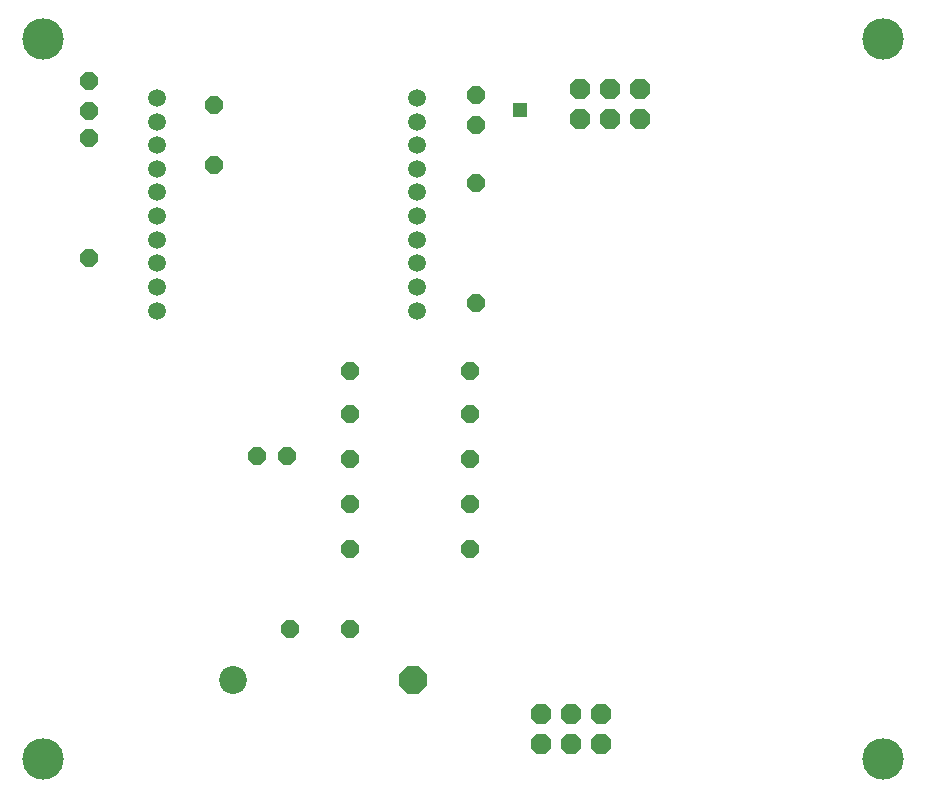
<source format=gbs>
G75*
G70*
%OFA0B0*%
%FSLAX24Y24*%
%IPPOS*%
%LPD*%
%AMOC8*
5,1,8,0,0,1.08239X$1,22.5*
%
%ADD10OC8,0.0680*%
%ADD11C,0.0595*%
%ADD12OC8,0.0600*%
%ADD13C,0.0930*%
%ADD14OC8,0.0930*%
%ADD15C,0.1380*%
%ADD16R,0.0476X0.0476*%
D10*
X017902Y001802D03*
X018902Y001802D03*
X019902Y001802D03*
X019902Y002802D03*
X018902Y002802D03*
X017902Y002802D03*
X019202Y022652D03*
X019202Y023652D03*
X020202Y023652D03*
X020202Y022652D03*
X021202Y022652D03*
X021202Y023652D03*
D11*
X013783Y023346D03*
X013783Y022558D03*
X013783Y021771D03*
X013783Y020983D03*
X013783Y020196D03*
X013783Y019409D03*
X013783Y018621D03*
X013783Y017834D03*
X013783Y017046D03*
X013783Y016259D03*
X005122Y016259D03*
X005122Y017046D03*
X005122Y017834D03*
X005122Y018621D03*
X005122Y019409D03*
X005122Y020196D03*
X005122Y020983D03*
X005122Y021771D03*
X005122Y022558D03*
X005122Y023346D03*
D12*
X007002Y023102D03*
X007002Y021102D03*
X002852Y022002D03*
X002852Y022902D03*
X002852Y023902D03*
X002852Y018002D03*
X008452Y011402D03*
X009452Y011402D03*
X011552Y011302D03*
X011552Y009802D03*
X011552Y008302D03*
X011552Y005652D03*
X009552Y005652D03*
X015552Y008302D03*
X015552Y009802D03*
X015552Y011302D03*
X015552Y012802D03*
X015552Y014252D03*
X015752Y016502D03*
X011552Y014252D03*
X011552Y012802D03*
X015752Y020502D03*
X015752Y022452D03*
X015752Y023452D03*
D13*
X007652Y003952D03*
D14*
X013652Y003952D03*
D15*
X001302Y001302D03*
X029302Y001302D03*
X029302Y025302D03*
X001302Y025302D03*
D16*
X017202Y022952D03*
M02*

</source>
